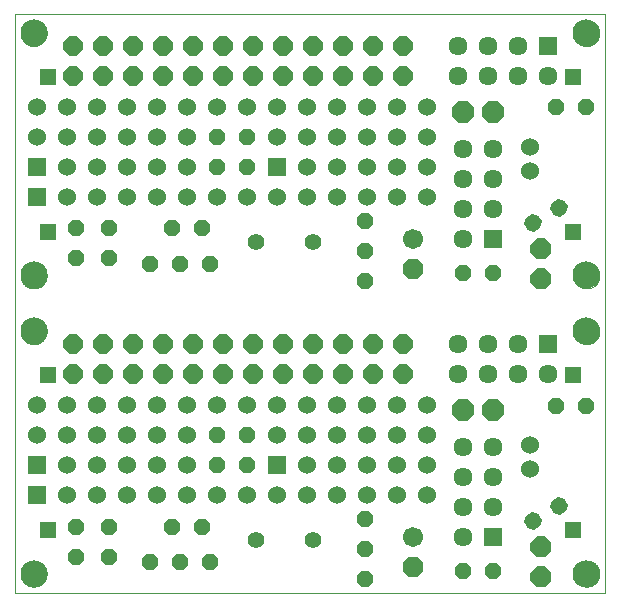
<source format=gbs>
G75*
%MOIN*%
%OFA0B0*%
%FSLAX25Y25*%
%IPPOS*%
%LPD*%
%AMOC8*
5,1,8,0,0,1.08239X$1,22.5*
%
%ADD10C,0.00000*%
%ADD11C,0.09061*%
%ADD12OC8,0.05600*%
%ADD13C,0.06000*%
%ADD14R,0.06337X0.06337*%
%ADD15C,0.06337*%
%ADD16C,0.05600*%
%ADD17R,0.06000X0.06000*%
%ADD18R,0.05550X0.05550*%
%ADD19OC8,0.07000*%
%ADD20C,0.01120*%
%ADD21OC8,0.06700*%
%ADD22C,0.06700*%
%ADD23OC8,0.06400*%
%ADD24OC8,0.07400*%
D10*
X0024350Y0035363D02*
X0024350Y0228167D01*
X0221200Y0228167D01*
X0221200Y0035363D01*
X0024350Y0035363D01*
X0026318Y0041663D02*
X0026320Y0041794D01*
X0026326Y0041926D01*
X0026336Y0042057D01*
X0026350Y0042188D01*
X0026368Y0042318D01*
X0026390Y0042447D01*
X0026415Y0042576D01*
X0026445Y0042704D01*
X0026479Y0042831D01*
X0026516Y0042958D01*
X0026557Y0043082D01*
X0026602Y0043206D01*
X0026651Y0043328D01*
X0026703Y0043449D01*
X0026759Y0043567D01*
X0026819Y0043685D01*
X0026882Y0043800D01*
X0026949Y0043913D01*
X0027019Y0044025D01*
X0027092Y0044134D01*
X0027168Y0044240D01*
X0027248Y0044345D01*
X0027331Y0044447D01*
X0027417Y0044546D01*
X0027506Y0044643D01*
X0027598Y0044737D01*
X0027693Y0044828D01*
X0027790Y0044917D01*
X0027890Y0045002D01*
X0027993Y0045084D01*
X0028098Y0045163D01*
X0028205Y0045239D01*
X0028315Y0045311D01*
X0028427Y0045380D01*
X0028541Y0045446D01*
X0028656Y0045508D01*
X0028774Y0045567D01*
X0028893Y0045622D01*
X0029014Y0045674D01*
X0029137Y0045721D01*
X0029261Y0045765D01*
X0029386Y0045806D01*
X0029512Y0045842D01*
X0029640Y0045875D01*
X0029768Y0045903D01*
X0029897Y0045928D01*
X0030027Y0045949D01*
X0030157Y0045966D01*
X0030288Y0045979D01*
X0030419Y0045988D01*
X0030550Y0045993D01*
X0030682Y0045994D01*
X0030813Y0045991D01*
X0030945Y0045984D01*
X0031076Y0045973D01*
X0031206Y0045958D01*
X0031336Y0045939D01*
X0031466Y0045916D01*
X0031594Y0045890D01*
X0031722Y0045859D01*
X0031849Y0045824D01*
X0031975Y0045786D01*
X0032099Y0045744D01*
X0032223Y0045698D01*
X0032344Y0045648D01*
X0032464Y0045595D01*
X0032583Y0045538D01*
X0032700Y0045478D01*
X0032814Y0045414D01*
X0032927Y0045346D01*
X0033038Y0045275D01*
X0033147Y0045201D01*
X0033253Y0045124D01*
X0033357Y0045043D01*
X0033458Y0044960D01*
X0033557Y0044873D01*
X0033653Y0044783D01*
X0033746Y0044690D01*
X0033837Y0044595D01*
X0033924Y0044497D01*
X0034009Y0044396D01*
X0034090Y0044293D01*
X0034168Y0044187D01*
X0034243Y0044079D01*
X0034315Y0043969D01*
X0034383Y0043857D01*
X0034448Y0043743D01*
X0034509Y0043626D01*
X0034567Y0043508D01*
X0034621Y0043388D01*
X0034672Y0043267D01*
X0034719Y0043144D01*
X0034762Y0043020D01*
X0034801Y0042895D01*
X0034837Y0042768D01*
X0034868Y0042640D01*
X0034896Y0042512D01*
X0034920Y0042383D01*
X0034940Y0042253D01*
X0034956Y0042122D01*
X0034968Y0041991D01*
X0034976Y0041860D01*
X0034980Y0041729D01*
X0034980Y0041597D01*
X0034976Y0041466D01*
X0034968Y0041335D01*
X0034956Y0041204D01*
X0034940Y0041073D01*
X0034920Y0040943D01*
X0034896Y0040814D01*
X0034868Y0040686D01*
X0034837Y0040558D01*
X0034801Y0040431D01*
X0034762Y0040306D01*
X0034719Y0040182D01*
X0034672Y0040059D01*
X0034621Y0039938D01*
X0034567Y0039818D01*
X0034509Y0039700D01*
X0034448Y0039583D01*
X0034383Y0039469D01*
X0034315Y0039357D01*
X0034243Y0039247D01*
X0034168Y0039139D01*
X0034090Y0039033D01*
X0034009Y0038930D01*
X0033924Y0038829D01*
X0033837Y0038731D01*
X0033746Y0038636D01*
X0033653Y0038543D01*
X0033557Y0038453D01*
X0033458Y0038366D01*
X0033357Y0038283D01*
X0033253Y0038202D01*
X0033147Y0038125D01*
X0033038Y0038051D01*
X0032927Y0037980D01*
X0032815Y0037912D01*
X0032700Y0037848D01*
X0032583Y0037788D01*
X0032464Y0037731D01*
X0032344Y0037678D01*
X0032223Y0037628D01*
X0032099Y0037582D01*
X0031975Y0037540D01*
X0031849Y0037502D01*
X0031722Y0037467D01*
X0031594Y0037436D01*
X0031466Y0037410D01*
X0031336Y0037387D01*
X0031206Y0037368D01*
X0031076Y0037353D01*
X0030945Y0037342D01*
X0030813Y0037335D01*
X0030682Y0037332D01*
X0030550Y0037333D01*
X0030419Y0037338D01*
X0030288Y0037347D01*
X0030157Y0037360D01*
X0030027Y0037377D01*
X0029897Y0037398D01*
X0029768Y0037423D01*
X0029640Y0037451D01*
X0029512Y0037484D01*
X0029386Y0037520D01*
X0029261Y0037561D01*
X0029137Y0037605D01*
X0029014Y0037652D01*
X0028893Y0037704D01*
X0028774Y0037759D01*
X0028656Y0037818D01*
X0028541Y0037880D01*
X0028427Y0037946D01*
X0028315Y0038015D01*
X0028205Y0038087D01*
X0028098Y0038163D01*
X0027993Y0038242D01*
X0027890Y0038324D01*
X0027790Y0038409D01*
X0027693Y0038498D01*
X0027598Y0038589D01*
X0027506Y0038683D01*
X0027417Y0038780D01*
X0027331Y0038879D01*
X0027248Y0038981D01*
X0027168Y0039086D01*
X0027092Y0039192D01*
X0027019Y0039301D01*
X0026949Y0039413D01*
X0026882Y0039526D01*
X0026819Y0039641D01*
X0026759Y0039759D01*
X0026703Y0039877D01*
X0026651Y0039998D01*
X0026602Y0040120D01*
X0026557Y0040244D01*
X0026516Y0040368D01*
X0026479Y0040495D01*
X0026445Y0040622D01*
X0026415Y0040750D01*
X0026390Y0040879D01*
X0026368Y0041008D01*
X0026350Y0041138D01*
X0026336Y0041269D01*
X0026326Y0041400D01*
X0026320Y0041532D01*
X0026318Y0041663D01*
X0026318Y0122489D02*
X0026320Y0122620D01*
X0026326Y0122752D01*
X0026336Y0122883D01*
X0026350Y0123014D01*
X0026368Y0123144D01*
X0026390Y0123273D01*
X0026415Y0123402D01*
X0026445Y0123530D01*
X0026479Y0123657D01*
X0026516Y0123784D01*
X0026557Y0123908D01*
X0026602Y0124032D01*
X0026651Y0124154D01*
X0026703Y0124275D01*
X0026759Y0124393D01*
X0026819Y0124511D01*
X0026882Y0124626D01*
X0026949Y0124739D01*
X0027019Y0124851D01*
X0027092Y0124960D01*
X0027168Y0125066D01*
X0027248Y0125171D01*
X0027331Y0125273D01*
X0027417Y0125372D01*
X0027506Y0125469D01*
X0027598Y0125563D01*
X0027693Y0125654D01*
X0027790Y0125743D01*
X0027890Y0125828D01*
X0027993Y0125910D01*
X0028098Y0125989D01*
X0028205Y0126065D01*
X0028315Y0126137D01*
X0028427Y0126206D01*
X0028541Y0126272D01*
X0028656Y0126334D01*
X0028774Y0126393D01*
X0028893Y0126448D01*
X0029014Y0126500D01*
X0029137Y0126547D01*
X0029261Y0126591D01*
X0029386Y0126632D01*
X0029512Y0126668D01*
X0029640Y0126701D01*
X0029768Y0126729D01*
X0029897Y0126754D01*
X0030027Y0126775D01*
X0030157Y0126792D01*
X0030288Y0126805D01*
X0030419Y0126814D01*
X0030550Y0126819D01*
X0030682Y0126820D01*
X0030813Y0126817D01*
X0030945Y0126810D01*
X0031076Y0126799D01*
X0031206Y0126784D01*
X0031336Y0126765D01*
X0031466Y0126742D01*
X0031594Y0126716D01*
X0031722Y0126685D01*
X0031849Y0126650D01*
X0031975Y0126612D01*
X0032099Y0126570D01*
X0032223Y0126524D01*
X0032344Y0126474D01*
X0032464Y0126421D01*
X0032583Y0126364D01*
X0032700Y0126304D01*
X0032814Y0126240D01*
X0032927Y0126172D01*
X0033038Y0126101D01*
X0033147Y0126027D01*
X0033253Y0125950D01*
X0033357Y0125869D01*
X0033458Y0125786D01*
X0033557Y0125699D01*
X0033653Y0125609D01*
X0033746Y0125516D01*
X0033837Y0125421D01*
X0033924Y0125323D01*
X0034009Y0125222D01*
X0034090Y0125119D01*
X0034168Y0125013D01*
X0034243Y0124905D01*
X0034315Y0124795D01*
X0034383Y0124683D01*
X0034448Y0124569D01*
X0034509Y0124452D01*
X0034567Y0124334D01*
X0034621Y0124214D01*
X0034672Y0124093D01*
X0034719Y0123970D01*
X0034762Y0123846D01*
X0034801Y0123721D01*
X0034837Y0123594D01*
X0034868Y0123466D01*
X0034896Y0123338D01*
X0034920Y0123209D01*
X0034940Y0123079D01*
X0034956Y0122948D01*
X0034968Y0122817D01*
X0034976Y0122686D01*
X0034980Y0122555D01*
X0034980Y0122423D01*
X0034976Y0122292D01*
X0034968Y0122161D01*
X0034956Y0122030D01*
X0034940Y0121899D01*
X0034920Y0121769D01*
X0034896Y0121640D01*
X0034868Y0121512D01*
X0034837Y0121384D01*
X0034801Y0121257D01*
X0034762Y0121132D01*
X0034719Y0121008D01*
X0034672Y0120885D01*
X0034621Y0120764D01*
X0034567Y0120644D01*
X0034509Y0120526D01*
X0034448Y0120409D01*
X0034383Y0120295D01*
X0034315Y0120183D01*
X0034243Y0120073D01*
X0034168Y0119965D01*
X0034090Y0119859D01*
X0034009Y0119756D01*
X0033924Y0119655D01*
X0033837Y0119557D01*
X0033746Y0119462D01*
X0033653Y0119369D01*
X0033557Y0119279D01*
X0033458Y0119192D01*
X0033357Y0119109D01*
X0033253Y0119028D01*
X0033147Y0118951D01*
X0033038Y0118877D01*
X0032927Y0118806D01*
X0032815Y0118738D01*
X0032700Y0118674D01*
X0032583Y0118614D01*
X0032464Y0118557D01*
X0032344Y0118504D01*
X0032223Y0118454D01*
X0032099Y0118408D01*
X0031975Y0118366D01*
X0031849Y0118328D01*
X0031722Y0118293D01*
X0031594Y0118262D01*
X0031466Y0118236D01*
X0031336Y0118213D01*
X0031206Y0118194D01*
X0031076Y0118179D01*
X0030945Y0118168D01*
X0030813Y0118161D01*
X0030682Y0118158D01*
X0030550Y0118159D01*
X0030419Y0118164D01*
X0030288Y0118173D01*
X0030157Y0118186D01*
X0030027Y0118203D01*
X0029897Y0118224D01*
X0029768Y0118249D01*
X0029640Y0118277D01*
X0029512Y0118310D01*
X0029386Y0118346D01*
X0029261Y0118387D01*
X0029137Y0118431D01*
X0029014Y0118478D01*
X0028893Y0118530D01*
X0028774Y0118585D01*
X0028656Y0118644D01*
X0028541Y0118706D01*
X0028427Y0118772D01*
X0028315Y0118841D01*
X0028205Y0118913D01*
X0028098Y0118989D01*
X0027993Y0119068D01*
X0027890Y0119150D01*
X0027790Y0119235D01*
X0027693Y0119324D01*
X0027598Y0119415D01*
X0027506Y0119509D01*
X0027417Y0119606D01*
X0027331Y0119705D01*
X0027248Y0119807D01*
X0027168Y0119912D01*
X0027092Y0120018D01*
X0027019Y0120127D01*
X0026949Y0120239D01*
X0026882Y0120352D01*
X0026819Y0120467D01*
X0026759Y0120585D01*
X0026703Y0120703D01*
X0026651Y0120824D01*
X0026602Y0120946D01*
X0026557Y0121070D01*
X0026516Y0121194D01*
X0026479Y0121321D01*
X0026445Y0121448D01*
X0026415Y0121576D01*
X0026390Y0121705D01*
X0026368Y0121834D01*
X0026350Y0121964D01*
X0026336Y0122095D01*
X0026326Y0122226D01*
X0026320Y0122358D01*
X0026318Y0122489D01*
X0026318Y0141041D02*
X0026320Y0141172D01*
X0026326Y0141304D01*
X0026336Y0141435D01*
X0026350Y0141566D01*
X0026368Y0141696D01*
X0026390Y0141825D01*
X0026415Y0141954D01*
X0026445Y0142082D01*
X0026479Y0142209D01*
X0026516Y0142336D01*
X0026557Y0142460D01*
X0026602Y0142584D01*
X0026651Y0142706D01*
X0026703Y0142827D01*
X0026759Y0142945D01*
X0026819Y0143063D01*
X0026882Y0143178D01*
X0026949Y0143291D01*
X0027019Y0143403D01*
X0027092Y0143512D01*
X0027168Y0143618D01*
X0027248Y0143723D01*
X0027331Y0143825D01*
X0027417Y0143924D01*
X0027506Y0144021D01*
X0027598Y0144115D01*
X0027693Y0144206D01*
X0027790Y0144295D01*
X0027890Y0144380D01*
X0027993Y0144462D01*
X0028098Y0144541D01*
X0028205Y0144617D01*
X0028315Y0144689D01*
X0028427Y0144758D01*
X0028541Y0144824D01*
X0028656Y0144886D01*
X0028774Y0144945D01*
X0028893Y0145000D01*
X0029014Y0145052D01*
X0029137Y0145099D01*
X0029261Y0145143D01*
X0029386Y0145184D01*
X0029512Y0145220D01*
X0029640Y0145253D01*
X0029768Y0145281D01*
X0029897Y0145306D01*
X0030027Y0145327D01*
X0030157Y0145344D01*
X0030288Y0145357D01*
X0030419Y0145366D01*
X0030550Y0145371D01*
X0030682Y0145372D01*
X0030813Y0145369D01*
X0030945Y0145362D01*
X0031076Y0145351D01*
X0031206Y0145336D01*
X0031336Y0145317D01*
X0031466Y0145294D01*
X0031594Y0145268D01*
X0031722Y0145237D01*
X0031849Y0145202D01*
X0031975Y0145164D01*
X0032099Y0145122D01*
X0032223Y0145076D01*
X0032344Y0145026D01*
X0032464Y0144973D01*
X0032583Y0144916D01*
X0032700Y0144856D01*
X0032814Y0144792D01*
X0032927Y0144724D01*
X0033038Y0144653D01*
X0033147Y0144579D01*
X0033253Y0144502D01*
X0033357Y0144421D01*
X0033458Y0144338D01*
X0033557Y0144251D01*
X0033653Y0144161D01*
X0033746Y0144068D01*
X0033837Y0143973D01*
X0033924Y0143875D01*
X0034009Y0143774D01*
X0034090Y0143671D01*
X0034168Y0143565D01*
X0034243Y0143457D01*
X0034315Y0143347D01*
X0034383Y0143235D01*
X0034448Y0143121D01*
X0034509Y0143004D01*
X0034567Y0142886D01*
X0034621Y0142766D01*
X0034672Y0142645D01*
X0034719Y0142522D01*
X0034762Y0142398D01*
X0034801Y0142273D01*
X0034837Y0142146D01*
X0034868Y0142018D01*
X0034896Y0141890D01*
X0034920Y0141761D01*
X0034940Y0141631D01*
X0034956Y0141500D01*
X0034968Y0141369D01*
X0034976Y0141238D01*
X0034980Y0141107D01*
X0034980Y0140975D01*
X0034976Y0140844D01*
X0034968Y0140713D01*
X0034956Y0140582D01*
X0034940Y0140451D01*
X0034920Y0140321D01*
X0034896Y0140192D01*
X0034868Y0140064D01*
X0034837Y0139936D01*
X0034801Y0139809D01*
X0034762Y0139684D01*
X0034719Y0139560D01*
X0034672Y0139437D01*
X0034621Y0139316D01*
X0034567Y0139196D01*
X0034509Y0139078D01*
X0034448Y0138961D01*
X0034383Y0138847D01*
X0034315Y0138735D01*
X0034243Y0138625D01*
X0034168Y0138517D01*
X0034090Y0138411D01*
X0034009Y0138308D01*
X0033924Y0138207D01*
X0033837Y0138109D01*
X0033746Y0138014D01*
X0033653Y0137921D01*
X0033557Y0137831D01*
X0033458Y0137744D01*
X0033357Y0137661D01*
X0033253Y0137580D01*
X0033147Y0137503D01*
X0033038Y0137429D01*
X0032927Y0137358D01*
X0032815Y0137290D01*
X0032700Y0137226D01*
X0032583Y0137166D01*
X0032464Y0137109D01*
X0032344Y0137056D01*
X0032223Y0137006D01*
X0032099Y0136960D01*
X0031975Y0136918D01*
X0031849Y0136880D01*
X0031722Y0136845D01*
X0031594Y0136814D01*
X0031466Y0136788D01*
X0031336Y0136765D01*
X0031206Y0136746D01*
X0031076Y0136731D01*
X0030945Y0136720D01*
X0030813Y0136713D01*
X0030682Y0136710D01*
X0030550Y0136711D01*
X0030419Y0136716D01*
X0030288Y0136725D01*
X0030157Y0136738D01*
X0030027Y0136755D01*
X0029897Y0136776D01*
X0029768Y0136801D01*
X0029640Y0136829D01*
X0029512Y0136862D01*
X0029386Y0136898D01*
X0029261Y0136939D01*
X0029137Y0136983D01*
X0029014Y0137030D01*
X0028893Y0137082D01*
X0028774Y0137137D01*
X0028656Y0137196D01*
X0028541Y0137258D01*
X0028427Y0137324D01*
X0028315Y0137393D01*
X0028205Y0137465D01*
X0028098Y0137541D01*
X0027993Y0137620D01*
X0027890Y0137702D01*
X0027790Y0137787D01*
X0027693Y0137876D01*
X0027598Y0137967D01*
X0027506Y0138061D01*
X0027417Y0138158D01*
X0027331Y0138257D01*
X0027248Y0138359D01*
X0027168Y0138464D01*
X0027092Y0138570D01*
X0027019Y0138679D01*
X0026949Y0138791D01*
X0026882Y0138904D01*
X0026819Y0139019D01*
X0026759Y0139137D01*
X0026703Y0139255D01*
X0026651Y0139376D01*
X0026602Y0139498D01*
X0026557Y0139622D01*
X0026516Y0139746D01*
X0026479Y0139873D01*
X0026445Y0140000D01*
X0026415Y0140128D01*
X0026390Y0140257D01*
X0026368Y0140386D01*
X0026350Y0140516D01*
X0026336Y0140647D01*
X0026326Y0140778D01*
X0026320Y0140910D01*
X0026318Y0141041D01*
X0026318Y0221867D02*
X0026320Y0221998D01*
X0026326Y0222130D01*
X0026336Y0222261D01*
X0026350Y0222392D01*
X0026368Y0222522D01*
X0026390Y0222651D01*
X0026415Y0222780D01*
X0026445Y0222908D01*
X0026479Y0223035D01*
X0026516Y0223162D01*
X0026557Y0223286D01*
X0026602Y0223410D01*
X0026651Y0223532D01*
X0026703Y0223653D01*
X0026759Y0223771D01*
X0026819Y0223889D01*
X0026882Y0224004D01*
X0026949Y0224117D01*
X0027019Y0224229D01*
X0027092Y0224338D01*
X0027168Y0224444D01*
X0027248Y0224549D01*
X0027331Y0224651D01*
X0027417Y0224750D01*
X0027506Y0224847D01*
X0027598Y0224941D01*
X0027693Y0225032D01*
X0027790Y0225121D01*
X0027890Y0225206D01*
X0027993Y0225288D01*
X0028098Y0225367D01*
X0028205Y0225443D01*
X0028315Y0225515D01*
X0028427Y0225584D01*
X0028541Y0225650D01*
X0028656Y0225712D01*
X0028774Y0225771D01*
X0028893Y0225826D01*
X0029014Y0225878D01*
X0029137Y0225925D01*
X0029261Y0225969D01*
X0029386Y0226010D01*
X0029512Y0226046D01*
X0029640Y0226079D01*
X0029768Y0226107D01*
X0029897Y0226132D01*
X0030027Y0226153D01*
X0030157Y0226170D01*
X0030288Y0226183D01*
X0030419Y0226192D01*
X0030550Y0226197D01*
X0030682Y0226198D01*
X0030813Y0226195D01*
X0030945Y0226188D01*
X0031076Y0226177D01*
X0031206Y0226162D01*
X0031336Y0226143D01*
X0031466Y0226120D01*
X0031594Y0226094D01*
X0031722Y0226063D01*
X0031849Y0226028D01*
X0031975Y0225990D01*
X0032099Y0225948D01*
X0032223Y0225902D01*
X0032344Y0225852D01*
X0032464Y0225799D01*
X0032583Y0225742D01*
X0032700Y0225682D01*
X0032814Y0225618D01*
X0032927Y0225550D01*
X0033038Y0225479D01*
X0033147Y0225405D01*
X0033253Y0225328D01*
X0033357Y0225247D01*
X0033458Y0225164D01*
X0033557Y0225077D01*
X0033653Y0224987D01*
X0033746Y0224894D01*
X0033837Y0224799D01*
X0033924Y0224701D01*
X0034009Y0224600D01*
X0034090Y0224497D01*
X0034168Y0224391D01*
X0034243Y0224283D01*
X0034315Y0224173D01*
X0034383Y0224061D01*
X0034448Y0223947D01*
X0034509Y0223830D01*
X0034567Y0223712D01*
X0034621Y0223592D01*
X0034672Y0223471D01*
X0034719Y0223348D01*
X0034762Y0223224D01*
X0034801Y0223099D01*
X0034837Y0222972D01*
X0034868Y0222844D01*
X0034896Y0222716D01*
X0034920Y0222587D01*
X0034940Y0222457D01*
X0034956Y0222326D01*
X0034968Y0222195D01*
X0034976Y0222064D01*
X0034980Y0221933D01*
X0034980Y0221801D01*
X0034976Y0221670D01*
X0034968Y0221539D01*
X0034956Y0221408D01*
X0034940Y0221277D01*
X0034920Y0221147D01*
X0034896Y0221018D01*
X0034868Y0220890D01*
X0034837Y0220762D01*
X0034801Y0220635D01*
X0034762Y0220510D01*
X0034719Y0220386D01*
X0034672Y0220263D01*
X0034621Y0220142D01*
X0034567Y0220022D01*
X0034509Y0219904D01*
X0034448Y0219787D01*
X0034383Y0219673D01*
X0034315Y0219561D01*
X0034243Y0219451D01*
X0034168Y0219343D01*
X0034090Y0219237D01*
X0034009Y0219134D01*
X0033924Y0219033D01*
X0033837Y0218935D01*
X0033746Y0218840D01*
X0033653Y0218747D01*
X0033557Y0218657D01*
X0033458Y0218570D01*
X0033357Y0218487D01*
X0033253Y0218406D01*
X0033147Y0218329D01*
X0033038Y0218255D01*
X0032927Y0218184D01*
X0032815Y0218116D01*
X0032700Y0218052D01*
X0032583Y0217992D01*
X0032464Y0217935D01*
X0032344Y0217882D01*
X0032223Y0217832D01*
X0032099Y0217786D01*
X0031975Y0217744D01*
X0031849Y0217706D01*
X0031722Y0217671D01*
X0031594Y0217640D01*
X0031466Y0217614D01*
X0031336Y0217591D01*
X0031206Y0217572D01*
X0031076Y0217557D01*
X0030945Y0217546D01*
X0030813Y0217539D01*
X0030682Y0217536D01*
X0030550Y0217537D01*
X0030419Y0217542D01*
X0030288Y0217551D01*
X0030157Y0217564D01*
X0030027Y0217581D01*
X0029897Y0217602D01*
X0029768Y0217627D01*
X0029640Y0217655D01*
X0029512Y0217688D01*
X0029386Y0217724D01*
X0029261Y0217765D01*
X0029137Y0217809D01*
X0029014Y0217856D01*
X0028893Y0217908D01*
X0028774Y0217963D01*
X0028656Y0218022D01*
X0028541Y0218084D01*
X0028427Y0218150D01*
X0028315Y0218219D01*
X0028205Y0218291D01*
X0028098Y0218367D01*
X0027993Y0218446D01*
X0027890Y0218528D01*
X0027790Y0218613D01*
X0027693Y0218702D01*
X0027598Y0218793D01*
X0027506Y0218887D01*
X0027417Y0218984D01*
X0027331Y0219083D01*
X0027248Y0219185D01*
X0027168Y0219290D01*
X0027092Y0219396D01*
X0027019Y0219505D01*
X0026949Y0219617D01*
X0026882Y0219730D01*
X0026819Y0219845D01*
X0026759Y0219963D01*
X0026703Y0220081D01*
X0026651Y0220202D01*
X0026602Y0220324D01*
X0026557Y0220448D01*
X0026516Y0220572D01*
X0026479Y0220699D01*
X0026445Y0220826D01*
X0026415Y0220954D01*
X0026390Y0221083D01*
X0026368Y0221212D01*
X0026350Y0221342D01*
X0026336Y0221473D01*
X0026326Y0221604D01*
X0026320Y0221736D01*
X0026318Y0221867D01*
X0210570Y0221867D02*
X0210572Y0221998D01*
X0210578Y0222130D01*
X0210588Y0222261D01*
X0210602Y0222392D01*
X0210620Y0222522D01*
X0210642Y0222651D01*
X0210667Y0222780D01*
X0210697Y0222908D01*
X0210731Y0223035D01*
X0210768Y0223162D01*
X0210809Y0223286D01*
X0210854Y0223410D01*
X0210903Y0223532D01*
X0210955Y0223653D01*
X0211011Y0223771D01*
X0211071Y0223889D01*
X0211134Y0224004D01*
X0211201Y0224117D01*
X0211271Y0224229D01*
X0211344Y0224338D01*
X0211420Y0224444D01*
X0211500Y0224549D01*
X0211583Y0224651D01*
X0211669Y0224750D01*
X0211758Y0224847D01*
X0211850Y0224941D01*
X0211945Y0225032D01*
X0212042Y0225121D01*
X0212142Y0225206D01*
X0212245Y0225288D01*
X0212350Y0225367D01*
X0212457Y0225443D01*
X0212567Y0225515D01*
X0212679Y0225584D01*
X0212793Y0225650D01*
X0212908Y0225712D01*
X0213026Y0225771D01*
X0213145Y0225826D01*
X0213266Y0225878D01*
X0213389Y0225925D01*
X0213513Y0225969D01*
X0213638Y0226010D01*
X0213764Y0226046D01*
X0213892Y0226079D01*
X0214020Y0226107D01*
X0214149Y0226132D01*
X0214279Y0226153D01*
X0214409Y0226170D01*
X0214540Y0226183D01*
X0214671Y0226192D01*
X0214802Y0226197D01*
X0214934Y0226198D01*
X0215065Y0226195D01*
X0215197Y0226188D01*
X0215328Y0226177D01*
X0215458Y0226162D01*
X0215588Y0226143D01*
X0215718Y0226120D01*
X0215846Y0226094D01*
X0215974Y0226063D01*
X0216101Y0226028D01*
X0216227Y0225990D01*
X0216351Y0225948D01*
X0216475Y0225902D01*
X0216596Y0225852D01*
X0216716Y0225799D01*
X0216835Y0225742D01*
X0216952Y0225682D01*
X0217066Y0225618D01*
X0217179Y0225550D01*
X0217290Y0225479D01*
X0217399Y0225405D01*
X0217505Y0225328D01*
X0217609Y0225247D01*
X0217710Y0225164D01*
X0217809Y0225077D01*
X0217905Y0224987D01*
X0217998Y0224894D01*
X0218089Y0224799D01*
X0218176Y0224701D01*
X0218261Y0224600D01*
X0218342Y0224497D01*
X0218420Y0224391D01*
X0218495Y0224283D01*
X0218567Y0224173D01*
X0218635Y0224061D01*
X0218700Y0223947D01*
X0218761Y0223830D01*
X0218819Y0223712D01*
X0218873Y0223592D01*
X0218924Y0223471D01*
X0218971Y0223348D01*
X0219014Y0223224D01*
X0219053Y0223099D01*
X0219089Y0222972D01*
X0219120Y0222844D01*
X0219148Y0222716D01*
X0219172Y0222587D01*
X0219192Y0222457D01*
X0219208Y0222326D01*
X0219220Y0222195D01*
X0219228Y0222064D01*
X0219232Y0221933D01*
X0219232Y0221801D01*
X0219228Y0221670D01*
X0219220Y0221539D01*
X0219208Y0221408D01*
X0219192Y0221277D01*
X0219172Y0221147D01*
X0219148Y0221018D01*
X0219120Y0220890D01*
X0219089Y0220762D01*
X0219053Y0220635D01*
X0219014Y0220510D01*
X0218971Y0220386D01*
X0218924Y0220263D01*
X0218873Y0220142D01*
X0218819Y0220022D01*
X0218761Y0219904D01*
X0218700Y0219787D01*
X0218635Y0219673D01*
X0218567Y0219561D01*
X0218495Y0219451D01*
X0218420Y0219343D01*
X0218342Y0219237D01*
X0218261Y0219134D01*
X0218176Y0219033D01*
X0218089Y0218935D01*
X0217998Y0218840D01*
X0217905Y0218747D01*
X0217809Y0218657D01*
X0217710Y0218570D01*
X0217609Y0218487D01*
X0217505Y0218406D01*
X0217399Y0218329D01*
X0217290Y0218255D01*
X0217179Y0218184D01*
X0217067Y0218116D01*
X0216952Y0218052D01*
X0216835Y0217992D01*
X0216716Y0217935D01*
X0216596Y0217882D01*
X0216475Y0217832D01*
X0216351Y0217786D01*
X0216227Y0217744D01*
X0216101Y0217706D01*
X0215974Y0217671D01*
X0215846Y0217640D01*
X0215718Y0217614D01*
X0215588Y0217591D01*
X0215458Y0217572D01*
X0215328Y0217557D01*
X0215197Y0217546D01*
X0215065Y0217539D01*
X0214934Y0217536D01*
X0214802Y0217537D01*
X0214671Y0217542D01*
X0214540Y0217551D01*
X0214409Y0217564D01*
X0214279Y0217581D01*
X0214149Y0217602D01*
X0214020Y0217627D01*
X0213892Y0217655D01*
X0213764Y0217688D01*
X0213638Y0217724D01*
X0213513Y0217765D01*
X0213389Y0217809D01*
X0213266Y0217856D01*
X0213145Y0217908D01*
X0213026Y0217963D01*
X0212908Y0218022D01*
X0212793Y0218084D01*
X0212679Y0218150D01*
X0212567Y0218219D01*
X0212457Y0218291D01*
X0212350Y0218367D01*
X0212245Y0218446D01*
X0212142Y0218528D01*
X0212042Y0218613D01*
X0211945Y0218702D01*
X0211850Y0218793D01*
X0211758Y0218887D01*
X0211669Y0218984D01*
X0211583Y0219083D01*
X0211500Y0219185D01*
X0211420Y0219290D01*
X0211344Y0219396D01*
X0211271Y0219505D01*
X0211201Y0219617D01*
X0211134Y0219730D01*
X0211071Y0219845D01*
X0211011Y0219963D01*
X0210955Y0220081D01*
X0210903Y0220202D01*
X0210854Y0220324D01*
X0210809Y0220448D01*
X0210768Y0220572D01*
X0210731Y0220699D01*
X0210697Y0220826D01*
X0210667Y0220954D01*
X0210642Y0221083D01*
X0210620Y0221212D01*
X0210602Y0221342D01*
X0210588Y0221473D01*
X0210578Y0221604D01*
X0210572Y0221736D01*
X0210570Y0221867D01*
X0210570Y0141041D02*
X0210572Y0141172D01*
X0210578Y0141304D01*
X0210588Y0141435D01*
X0210602Y0141566D01*
X0210620Y0141696D01*
X0210642Y0141825D01*
X0210667Y0141954D01*
X0210697Y0142082D01*
X0210731Y0142209D01*
X0210768Y0142336D01*
X0210809Y0142460D01*
X0210854Y0142584D01*
X0210903Y0142706D01*
X0210955Y0142827D01*
X0211011Y0142945D01*
X0211071Y0143063D01*
X0211134Y0143178D01*
X0211201Y0143291D01*
X0211271Y0143403D01*
X0211344Y0143512D01*
X0211420Y0143618D01*
X0211500Y0143723D01*
X0211583Y0143825D01*
X0211669Y0143924D01*
X0211758Y0144021D01*
X0211850Y0144115D01*
X0211945Y0144206D01*
X0212042Y0144295D01*
X0212142Y0144380D01*
X0212245Y0144462D01*
X0212350Y0144541D01*
X0212457Y0144617D01*
X0212567Y0144689D01*
X0212679Y0144758D01*
X0212793Y0144824D01*
X0212908Y0144886D01*
X0213026Y0144945D01*
X0213145Y0145000D01*
X0213266Y0145052D01*
X0213389Y0145099D01*
X0213513Y0145143D01*
X0213638Y0145184D01*
X0213764Y0145220D01*
X0213892Y0145253D01*
X0214020Y0145281D01*
X0214149Y0145306D01*
X0214279Y0145327D01*
X0214409Y0145344D01*
X0214540Y0145357D01*
X0214671Y0145366D01*
X0214802Y0145371D01*
X0214934Y0145372D01*
X0215065Y0145369D01*
X0215197Y0145362D01*
X0215328Y0145351D01*
X0215458Y0145336D01*
X0215588Y0145317D01*
X0215718Y0145294D01*
X0215846Y0145268D01*
X0215974Y0145237D01*
X0216101Y0145202D01*
X0216227Y0145164D01*
X0216351Y0145122D01*
X0216475Y0145076D01*
X0216596Y0145026D01*
X0216716Y0144973D01*
X0216835Y0144916D01*
X0216952Y0144856D01*
X0217066Y0144792D01*
X0217179Y0144724D01*
X0217290Y0144653D01*
X0217399Y0144579D01*
X0217505Y0144502D01*
X0217609Y0144421D01*
X0217710Y0144338D01*
X0217809Y0144251D01*
X0217905Y0144161D01*
X0217998Y0144068D01*
X0218089Y0143973D01*
X0218176Y0143875D01*
X0218261Y0143774D01*
X0218342Y0143671D01*
X0218420Y0143565D01*
X0218495Y0143457D01*
X0218567Y0143347D01*
X0218635Y0143235D01*
X0218700Y0143121D01*
X0218761Y0143004D01*
X0218819Y0142886D01*
X0218873Y0142766D01*
X0218924Y0142645D01*
X0218971Y0142522D01*
X0219014Y0142398D01*
X0219053Y0142273D01*
X0219089Y0142146D01*
X0219120Y0142018D01*
X0219148Y0141890D01*
X0219172Y0141761D01*
X0219192Y0141631D01*
X0219208Y0141500D01*
X0219220Y0141369D01*
X0219228Y0141238D01*
X0219232Y0141107D01*
X0219232Y0140975D01*
X0219228Y0140844D01*
X0219220Y0140713D01*
X0219208Y0140582D01*
X0219192Y0140451D01*
X0219172Y0140321D01*
X0219148Y0140192D01*
X0219120Y0140064D01*
X0219089Y0139936D01*
X0219053Y0139809D01*
X0219014Y0139684D01*
X0218971Y0139560D01*
X0218924Y0139437D01*
X0218873Y0139316D01*
X0218819Y0139196D01*
X0218761Y0139078D01*
X0218700Y0138961D01*
X0218635Y0138847D01*
X0218567Y0138735D01*
X0218495Y0138625D01*
X0218420Y0138517D01*
X0218342Y0138411D01*
X0218261Y0138308D01*
X0218176Y0138207D01*
X0218089Y0138109D01*
X0217998Y0138014D01*
X0217905Y0137921D01*
X0217809Y0137831D01*
X0217710Y0137744D01*
X0217609Y0137661D01*
X0217505Y0137580D01*
X0217399Y0137503D01*
X0217290Y0137429D01*
X0217179Y0137358D01*
X0217067Y0137290D01*
X0216952Y0137226D01*
X0216835Y0137166D01*
X0216716Y0137109D01*
X0216596Y0137056D01*
X0216475Y0137006D01*
X0216351Y0136960D01*
X0216227Y0136918D01*
X0216101Y0136880D01*
X0215974Y0136845D01*
X0215846Y0136814D01*
X0215718Y0136788D01*
X0215588Y0136765D01*
X0215458Y0136746D01*
X0215328Y0136731D01*
X0215197Y0136720D01*
X0215065Y0136713D01*
X0214934Y0136710D01*
X0214802Y0136711D01*
X0214671Y0136716D01*
X0214540Y0136725D01*
X0214409Y0136738D01*
X0214279Y0136755D01*
X0214149Y0136776D01*
X0214020Y0136801D01*
X0213892Y0136829D01*
X0213764Y0136862D01*
X0213638Y0136898D01*
X0213513Y0136939D01*
X0213389Y0136983D01*
X0213266Y0137030D01*
X0213145Y0137082D01*
X0213026Y0137137D01*
X0212908Y0137196D01*
X0212793Y0137258D01*
X0212679Y0137324D01*
X0212567Y0137393D01*
X0212457Y0137465D01*
X0212350Y0137541D01*
X0212245Y0137620D01*
X0212142Y0137702D01*
X0212042Y0137787D01*
X0211945Y0137876D01*
X0211850Y0137967D01*
X0211758Y0138061D01*
X0211669Y0138158D01*
X0211583Y0138257D01*
X0211500Y0138359D01*
X0211420Y0138464D01*
X0211344Y0138570D01*
X0211271Y0138679D01*
X0211201Y0138791D01*
X0211134Y0138904D01*
X0211071Y0139019D01*
X0211011Y0139137D01*
X0210955Y0139255D01*
X0210903Y0139376D01*
X0210854Y0139498D01*
X0210809Y0139622D01*
X0210768Y0139746D01*
X0210731Y0139873D01*
X0210697Y0140000D01*
X0210667Y0140128D01*
X0210642Y0140257D01*
X0210620Y0140386D01*
X0210602Y0140516D01*
X0210588Y0140647D01*
X0210578Y0140778D01*
X0210572Y0140910D01*
X0210570Y0141041D01*
X0210570Y0122489D02*
X0210572Y0122620D01*
X0210578Y0122752D01*
X0210588Y0122883D01*
X0210602Y0123014D01*
X0210620Y0123144D01*
X0210642Y0123273D01*
X0210667Y0123402D01*
X0210697Y0123530D01*
X0210731Y0123657D01*
X0210768Y0123784D01*
X0210809Y0123908D01*
X0210854Y0124032D01*
X0210903Y0124154D01*
X0210955Y0124275D01*
X0211011Y0124393D01*
X0211071Y0124511D01*
X0211134Y0124626D01*
X0211201Y0124739D01*
X0211271Y0124851D01*
X0211344Y0124960D01*
X0211420Y0125066D01*
X0211500Y0125171D01*
X0211583Y0125273D01*
X0211669Y0125372D01*
X0211758Y0125469D01*
X0211850Y0125563D01*
X0211945Y0125654D01*
X0212042Y0125743D01*
X0212142Y0125828D01*
X0212245Y0125910D01*
X0212350Y0125989D01*
X0212457Y0126065D01*
X0212567Y0126137D01*
X0212679Y0126206D01*
X0212793Y0126272D01*
X0212908Y0126334D01*
X0213026Y0126393D01*
X0213145Y0126448D01*
X0213266Y0126500D01*
X0213389Y0126547D01*
X0213513Y0126591D01*
X0213638Y0126632D01*
X0213764Y0126668D01*
X0213892Y0126701D01*
X0214020Y0126729D01*
X0214149Y0126754D01*
X0214279Y0126775D01*
X0214409Y0126792D01*
X0214540Y0126805D01*
X0214671Y0126814D01*
X0214802Y0126819D01*
X0214934Y0126820D01*
X0215065Y0126817D01*
X0215197Y0126810D01*
X0215328Y0126799D01*
X0215458Y0126784D01*
X0215588Y0126765D01*
X0215718Y0126742D01*
X0215846Y0126716D01*
X0215974Y0126685D01*
X0216101Y0126650D01*
X0216227Y0126612D01*
X0216351Y0126570D01*
X0216475Y0126524D01*
X0216596Y0126474D01*
X0216716Y0126421D01*
X0216835Y0126364D01*
X0216952Y0126304D01*
X0217066Y0126240D01*
X0217179Y0126172D01*
X0217290Y0126101D01*
X0217399Y0126027D01*
X0217505Y0125950D01*
X0217609Y0125869D01*
X0217710Y0125786D01*
X0217809Y0125699D01*
X0217905Y0125609D01*
X0217998Y0125516D01*
X0218089Y0125421D01*
X0218176Y0125323D01*
X0218261Y0125222D01*
X0218342Y0125119D01*
X0218420Y0125013D01*
X0218495Y0124905D01*
X0218567Y0124795D01*
X0218635Y0124683D01*
X0218700Y0124569D01*
X0218761Y0124452D01*
X0218819Y0124334D01*
X0218873Y0124214D01*
X0218924Y0124093D01*
X0218971Y0123970D01*
X0219014Y0123846D01*
X0219053Y0123721D01*
X0219089Y0123594D01*
X0219120Y0123466D01*
X0219148Y0123338D01*
X0219172Y0123209D01*
X0219192Y0123079D01*
X0219208Y0122948D01*
X0219220Y0122817D01*
X0219228Y0122686D01*
X0219232Y0122555D01*
X0219232Y0122423D01*
X0219228Y0122292D01*
X0219220Y0122161D01*
X0219208Y0122030D01*
X0219192Y0121899D01*
X0219172Y0121769D01*
X0219148Y0121640D01*
X0219120Y0121512D01*
X0219089Y0121384D01*
X0219053Y0121257D01*
X0219014Y0121132D01*
X0218971Y0121008D01*
X0218924Y0120885D01*
X0218873Y0120764D01*
X0218819Y0120644D01*
X0218761Y0120526D01*
X0218700Y0120409D01*
X0218635Y0120295D01*
X0218567Y0120183D01*
X0218495Y0120073D01*
X0218420Y0119965D01*
X0218342Y0119859D01*
X0218261Y0119756D01*
X0218176Y0119655D01*
X0218089Y0119557D01*
X0217998Y0119462D01*
X0217905Y0119369D01*
X0217809Y0119279D01*
X0217710Y0119192D01*
X0217609Y0119109D01*
X0217505Y0119028D01*
X0217399Y0118951D01*
X0217290Y0118877D01*
X0217179Y0118806D01*
X0217067Y0118738D01*
X0216952Y0118674D01*
X0216835Y0118614D01*
X0216716Y0118557D01*
X0216596Y0118504D01*
X0216475Y0118454D01*
X0216351Y0118408D01*
X0216227Y0118366D01*
X0216101Y0118328D01*
X0215974Y0118293D01*
X0215846Y0118262D01*
X0215718Y0118236D01*
X0215588Y0118213D01*
X0215458Y0118194D01*
X0215328Y0118179D01*
X0215197Y0118168D01*
X0215065Y0118161D01*
X0214934Y0118158D01*
X0214802Y0118159D01*
X0214671Y0118164D01*
X0214540Y0118173D01*
X0214409Y0118186D01*
X0214279Y0118203D01*
X0214149Y0118224D01*
X0214020Y0118249D01*
X0213892Y0118277D01*
X0213764Y0118310D01*
X0213638Y0118346D01*
X0213513Y0118387D01*
X0213389Y0118431D01*
X0213266Y0118478D01*
X0213145Y0118530D01*
X0213026Y0118585D01*
X0212908Y0118644D01*
X0212793Y0118706D01*
X0212679Y0118772D01*
X0212567Y0118841D01*
X0212457Y0118913D01*
X0212350Y0118989D01*
X0212245Y0119068D01*
X0212142Y0119150D01*
X0212042Y0119235D01*
X0211945Y0119324D01*
X0211850Y0119415D01*
X0211758Y0119509D01*
X0211669Y0119606D01*
X0211583Y0119705D01*
X0211500Y0119807D01*
X0211420Y0119912D01*
X0211344Y0120018D01*
X0211271Y0120127D01*
X0211201Y0120239D01*
X0211134Y0120352D01*
X0211071Y0120467D01*
X0211011Y0120585D01*
X0210955Y0120703D01*
X0210903Y0120824D01*
X0210854Y0120946D01*
X0210809Y0121070D01*
X0210768Y0121194D01*
X0210731Y0121321D01*
X0210697Y0121448D01*
X0210667Y0121576D01*
X0210642Y0121705D01*
X0210620Y0121834D01*
X0210602Y0121964D01*
X0210588Y0122095D01*
X0210578Y0122226D01*
X0210572Y0122358D01*
X0210570Y0122489D01*
X0210570Y0041663D02*
X0210572Y0041794D01*
X0210578Y0041926D01*
X0210588Y0042057D01*
X0210602Y0042188D01*
X0210620Y0042318D01*
X0210642Y0042447D01*
X0210667Y0042576D01*
X0210697Y0042704D01*
X0210731Y0042831D01*
X0210768Y0042958D01*
X0210809Y0043082D01*
X0210854Y0043206D01*
X0210903Y0043328D01*
X0210955Y0043449D01*
X0211011Y0043567D01*
X0211071Y0043685D01*
X0211134Y0043800D01*
X0211201Y0043913D01*
X0211271Y0044025D01*
X0211344Y0044134D01*
X0211420Y0044240D01*
X0211500Y0044345D01*
X0211583Y0044447D01*
X0211669Y0044546D01*
X0211758Y0044643D01*
X0211850Y0044737D01*
X0211945Y0044828D01*
X0212042Y0044917D01*
X0212142Y0045002D01*
X0212245Y0045084D01*
X0212350Y0045163D01*
X0212457Y0045239D01*
X0212567Y0045311D01*
X0212679Y0045380D01*
X0212793Y0045446D01*
X0212908Y0045508D01*
X0213026Y0045567D01*
X0213145Y0045622D01*
X0213266Y0045674D01*
X0213389Y0045721D01*
X0213513Y0045765D01*
X0213638Y0045806D01*
X0213764Y0045842D01*
X0213892Y0045875D01*
X0214020Y0045903D01*
X0214149Y0045928D01*
X0214279Y0045949D01*
X0214409Y0045966D01*
X0214540Y0045979D01*
X0214671Y0045988D01*
X0214802Y0045993D01*
X0214934Y0045994D01*
X0215065Y0045991D01*
X0215197Y0045984D01*
X0215328Y0045973D01*
X0215458Y0045958D01*
X0215588Y0045939D01*
X0215718Y0045916D01*
X0215846Y0045890D01*
X0215974Y0045859D01*
X0216101Y0045824D01*
X0216227Y0045786D01*
X0216351Y0045744D01*
X0216475Y0045698D01*
X0216596Y0045648D01*
X0216716Y0045595D01*
X0216835Y0045538D01*
X0216952Y0045478D01*
X0217066Y0045414D01*
X0217179Y0045346D01*
X0217290Y0045275D01*
X0217399Y0045201D01*
X0217505Y0045124D01*
X0217609Y0045043D01*
X0217710Y0044960D01*
X0217809Y0044873D01*
X0217905Y0044783D01*
X0217998Y0044690D01*
X0218089Y0044595D01*
X0218176Y0044497D01*
X0218261Y0044396D01*
X0218342Y0044293D01*
X0218420Y0044187D01*
X0218495Y0044079D01*
X0218567Y0043969D01*
X0218635Y0043857D01*
X0218700Y0043743D01*
X0218761Y0043626D01*
X0218819Y0043508D01*
X0218873Y0043388D01*
X0218924Y0043267D01*
X0218971Y0043144D01*
X0219014Y0043020D01*
X0219053Y0042895D01*
X0219089Y0042768D01*
X0219120Y0042640D01*
X0219148Y0042512D01*
X0219172Y0042383D01*
X0219192Y0042253D01*
X0219208Y0042122D01*
X0219220Y0041991D01*
X0219228Y0041860D01*
X0219232Y0041729D01*
X0219232Y0041597D01*
X0219228Y0041466D01*
X0219220Y0041335D01*
X0219208Y0041204D01*
X0219192Y0041073D01*
X0219172Y0040943D01*
X0219148Y0040814D01*
X0219120Y0040686D01*
X0219089Y0040558D01*
X0219053Y0040431D01*
X0219014Y0040306D01*
X0218971Y0040182D01*
X0218924Y0040059D01*
X0218873Y0039938D01*
X0218819Y0039818D01*
X0218761Y0039700D01*
X0218700Y0039583D01*
X0218635Y0039469D01*
X0218567Y0039357D01*
X0218495Y0039247D01*
X0218420Y0039139D01*
X0218342Y0039033D01*
X0218261Y0038930D01*
X0218176Y0038829D01*
X0218089Y0038731D01*
X0217998Y0038636D01*
X0217905Y0038543D01*
X0217809Y0038453D01*
X0217710Y0038366D01*
X0217609Y0038283D01*
X0217505Y0038202D01*
X0217399Y0038125D01*
X0217290Y0038051D01*
X0217179Y0037980D01*
X0217067Y0037912D01*
X0216952Y0037848D01*
X0216835Y0037788D01*
X0216716Y0037731D01*
X0216596Y0037678D01*
X0216475Y0037628D01*
X0216351Y0037582D01*
X0216227Y0037540D01*
X0216101Y0037502D01*
X0215974Y0037467D01*
X0215846Y0037436D01*
X0215718Y0037410D01*
X0215588Y0037387D01*
X0215458Y0037368D01*
X0215328Y0037353D01*
X0215197Y0037342D01*
X0215065Y0037335D01*
X0214934Y0037332D01*
X0214802Y0037333D01*
X0214671Y0037338D01*
X0214540Y0037347D01*
X0214409Y0037360D01*
X0214279Y0037377D01*
X0214149Y0037398D01*
X0214020Y0037423D01*
X0213892Y0037451D01*
X0213764Y0037484D01*
X0213638Y0037520D01*
X0213513Y0037561D01*
X0213389Y0037605D01*
X0213266Y0037652D01*
X0213145Y0037704D01*
X0213026Y0037759D01*
X0212908Y0037818D01*
X0212793Y0037880D01*
X0212679Y0037946D01*
X0212567Y0038015D01*
X0212457Y0038087D01*
X0212350Y0038163D01*
X0212245Y0038242D01*
X0212142Y0038324D01*
X0212042Y0038409D01*
X0211945Y0038498D01*
X0211850Y0038589D01*
X0211758Y0038683D01*
X0211669Y0038780D01*
X0211583Y0038879D01*
X0211500Y0038981D01*
X0211420Y0039086D01*
X0211344Y0039192D01*
X0211271Y0039301D01*
X0211201Y0039413D01*
X0211134Y0039526D01*
X0211071Y0039641D01*
X0211011Y0039759D01*
X0210955Y0039877D01*
X0210903Y0039998D01*
X0210854Y0040120D01*
X0210809Y0040244D01*
X0210768Y0040368D01*
X0210731Y0040495D01*
X0210697Y0040622D01*
X0210667Y0040750D01*
X0210642Y0040879D01*
X0210620Y0041008D01*
X0210602Y0041138D01*
X0210588Y0041269D01*
X0210578Y0041400D01*
X0210572Y0041532D01*
X0210570Y0041663D01*
D11*
X0214901Y0041663D03*
X0214901Y0122489D03*
X0214901Y0141041D03*
X0214901Y0221867D03*
X0030649Y0221867D03*
X0030649Y0141041D03*
X0030649Y0122489D03*
X0030649Y0041663D03*
D12*
X0044850Y0047363D03*
X0044850Y0057363D03*
X0055850Y0057363D03*
X0055850Y0047363D03*
X0069450Y0045463D03*
X0079450Y0045463D03*
X0089450Y0045463D03*
X0086850Y0057363D03*
X0076850Y0057363D03*
X0091850Y0077863D03*
X0101850Y0077863D03*
X0101850Y0087863D03*
X0091850Y0087863D03*
X0141150Y0059963D03*
X0141150Y0049963D03*
X0141150Y0039963D03*
X0173750Y0042563D03*
X0183750Y0042563D03*
X0204850Y0097663D03*
X0214850Y0097663D03*
X0183750Y0141941D03*
X0173750Y0141941D03*
X0141150Y0139341D03*
X0141150Y0149341D03*
X0141150Y0159341D03*
X0101850Y0177241D03*
X0091850Y0177241D03*
X0091850Y0187241D03*
X0101850Y0187241D03*
X0086850Y0156741D03*
X0076850Y0156741D03*
X0079450Y0144841D03*
X0069450Y0144841D03*
X0055850Y0146741D03*
X0055850Y0156741D03*
X0044850Y0156741D03*
X0044850Y0146741D03*
X0089450Y0144841D03*
X0204850Y0197041D03*
X0214850Y0197041D03*
D13*
X0195950Y0183778D03*
X0195950Y0175904D03*
X0161850Y0177241D03*
X0161850Y0167241D03*
X0151850Y0167241D03*
X0141850Y0167241D03*
X0131850Y0167241D03*
X0131850Y0177241D03*
X0141850Y0177241D03*
X0151850Y0177241D03*
X0151850Y0187241D03*
X0141850Y0187241D03*
X0131850Y0187241D03*
X0121850Y0187241D03*
X0121850Y0177241D03*
X0121850Y0167241D03*
X0111850Y0167241D03*
X0101850Y0167241D03*
X0091850Y0167241D03*
X0081850Y0167241D03*
X0081850Y0177241D03*
X0081850Y0187241D03*
X0071850Y0187241D03*
X0071850Y0177241D03*
X0071850Y0167241D03*
X0061850Y0167241D03*
X0061850Y0177241D03*
X0061850Y0187241D03*
X0051850Y0187241D03*
X0051850Y0177241D03*
X0051850Y0167241D03*
X0041850Y0167241D03*
X0041850Y0177241D03*
X0041850Y0187241D03*
X0031850Y0187241D03*
X0031850Y0197241D03*
X0041850Y0197241D03*
X0051850Y0197241D03*
X0061850Y0197241D03*
X0071850Y0197241D03*
X0081850Y0197241D03*
X0091850Y0197241D03*
X0101850Y0197241D03*
X0111850Y0197241D03*
X0121850Y0197241D03*
X0131850Y0197241D03*
X0141850Y0197241D03*
X0151850Y0197241D03*
X0161850Y0197241D03*
X0161850Y0187241D03*
X0111850Y0187241D03*
X0111850Y0097863D03*
X0111850Y0087863D03*
X0121850Y0087863D03*
X0121850Y0077863D03*
X0121850Y0067863D03*
X0111850Y0067863D03*
X0101850Y0067863D03*
X0091850Y0067863D03*
X0081850Y0067863D03*
X0081850Y0077863D03*
X0081850Y0087863D03*
X0081850Y0097863D03*
X0091850Y0097863D03*
X0101850Y0097863D03*
X0121850Y0097863D03*
X0131850Y0097863D03*
X0131850Y0087863D03*
X0131850Y0077863D03*
X0131850Y0067863D03*
X0141850Y0067863D03*
X0151850Y0067863D03*
X0151850Y0077863D03*
X0141850Y0077863D03*
X0141850Y0087863D03*
X0151850Y0087863D03*
X0151850Y0097863D03*
X0141850Y0097863D03*
X0161850Y0097863D03*
X0161850Y0087863D03*
X0161850Y0077863D03*
X0161850Y0067863D03*
X0195950Y0076526D03*
X0195950Y0084400D03*
X0071850Y0087863D03*
X0071850Y0077863D03*
X0071850Y0067863D03*
X0061850Y0067863D03*
X0061850Y0077863D03*
X0061850Y0087863D03*
X0061850Y0097863D03*
X0071850Y0097863D03*
X0051850Y0097863D03*
X0051850Y0087863D03*
X0051850Y0077863D03*
X0051850Y0067863D03*
X0041850Y0067863D03*
X0041850Y0077863D03*
X0041850Y0087863D03*
X0031850Y0087863D03*
X0031850Y0097863D03*
X0041850Y0097863D03*
D14*
X0183750Y0053763D03*
X0202050Y0118163D03*
X0183750Y0153141D03*
X0202050Y0217541D03*
D15*
X0202050Y0207541D03*
X0192050Y0207541D03*
X0182050Y0207541D03*
X0182050Y0217541D03*
X0192050Y0217541D03*
X0172050Y0217541D03*
X0172050Y0207541D03*
X0173750Y0183141D03*
X0173750Y0173141D03*
X0183750Y0173141D03*
X0183750Y0183141D03*
X0183750Y0163141D03*
X0173750Y0163141D03*
X0173750Y0153141D03*
X0172050Y0118163D03*
X0172050Y0108163D03*
X0182050Y0108163D03*
X0192050Y0108163D03*
X0202050Y0108163D03*
X0192050Y0118163D03*
X0182050Y0118163D03*
X0183750Y0083763D03*
X0183750Y0073763D03*
X0183750Y0063763D03*
X0173750Y0063763D03*
X0173750Y0053763D03*
X0173750Y0073763D03*
X0173750Y0083763D03*
D16*
X0123850Y0052863D03*
X0104850Y0052863D03*
X0104850Y0152241D03*
X0123850Y0152241D03*
D17*
X0111850Y0177241D03*
X0031850Y0177241D03*
X0031850Y0167241D03*
X0031850Y0077863D03*
X0031850Y0067863D03*
X0111850Y0077863D03*
D18*
X0035350Y0056230D03*
X0035350Y0107863D03*
X0035350Y0155608D03*
X0035350Y0207241D03*
X0210350Y0207241D03*
X0210350Y0155608D03*
X0210350Y0107863D03*
X0210350Y0056230D03*
D19*
X0199650Y0050463D03*
X0199650Y0040463D03*
X0199650Y0139841D03*
X0199650Y0149841D03*
D20*
X0198763Y0158498D02*
X0199323Y0159058D01*
X0198842Y0157265D01*
X0197237Y0156338D01*
X0195444Y0156819D01*
X0194517Y0158424D01*
X0194998Y0160217D01*
X0196603Y0161144D01*
X0198396Y0160663D01*
X0199323Y0159058D01*
X0198421Y0158939D01*
X0198121Y0157819D01*
X0197118Y0157240D01*
X0195998Y0157540D01*
X0195419Y0158543D01*
X0195719Y0159663D01*
X0196722Y0160242D01*
X0197842Y0159942D01*
X0198421Y0158939D01*
X0197520Y0158820D01*
X0197400Y0158372D01*
X0196999Y0158141D01*
X0196551Y0158261D01*
X0196320Y0158662D01*
X0196440Y0159110D01*
X0196841Y0159341D01*
X0197289Y0159221D01*
X0197520Y0158820D01*
X0207423Y0163498D02*
X0207983Y0164058D01*
X0207502Y0162265D01*
X0205897Y0161338D01*
X0204104Y0161819D01*
X0203177Y0163424D01*
X0203658Y0165217D01*
X0205263Y0166144D01*
X0207056Y0165663D01*
X0207983Y0164058D01*
X0207081Y0163939D01*
X0206781Y0162819D01*
X0205778Y0162240D01*
X0204658Y0162540D01*
X0204079Y0163543D01*
X0204379Y0164663D01*
X0205382Y0165242D01*
X0206502Y0164942D01*
X0207081Y0163939D01*
X0206180Y0163820D01*
X0206060Y0163372D01*
X0205659Y0163141D01*
X0205211Y0163261D01*
X0204980Y0163662D01*
X0205100Y0164110D01*
X0205501Y0164341D01*
X0205949Y0164221D01*
X0206180Y0163820D01*
X0207423Y0064120D02*
X0207983Y0064680D01*
X0207502Y0062887D01*
X0205897Y0061960D01*
X0204104Y0062441D01*
X0203177Y0064046D01*
X0203658Y0065839D01*
X0205263Y0066766D01*
X0207056Y0066285D01*
X0207983Y0064680D01*
X0207081Y0064561D01*
X0206781Y0063441D01*
X0205778Y0062862D01*
X0204658Y0063162D01*
X0204079Y0064165D01*
X0204379Y0065285D01*
X0205382Y0065864D01*
X0206502Y0065564D01*
X0207081Y0064561D01*
X0206180Y0064442D01*
X0206060Y0063994D01*
X0205659Y0063763D01*
X0205211Y0063883D01*
X0204980Y0064284D01*
X0205100Y0064732D01*
X0205501Y0064963D01*
X0205949Y0064843D01*
X0206180Y0064442D01*
X0198763Y0059120D02*
X0199323Y0059680D01*
X0198842Y0057887D01*
X0197237Y0056960D01*
X0195444Y0057441D01*
X0194517Y0059046D01*
X0194998Y0060839D01*
X0196603Y0061766D01*
X0198396Y0061285D01*
X0199323Y0059680D01*
X0198421Y0059561D01*
X0198121Y0058441D01*
X0197118Y0057862D01*
X0195998Y0058162D01*
X0195419Y0059165D01*
X0195719Y0060285D01*
X0196722Y0060864D01*
X0197842Y0060564D01*
X0198421Y0059561D01*
X0197520Y0059442D01*
X0197400Y0058994D01*
X0196999Y0058763D01*
X0196551Y0058883D01*
X0196320Y0059284D01*
X0196440Y0059732D01*
X0196841Y0059963D01*
X0197289Y0059843D01*
X0197520Y0059442D01*
D21*
X0157250Y0043763D03*
X0157250Y0143141D03*
D22*
X0157250Y0153141D03*
X0157250Y0053763D03*
D23*
X0153850Y0108063D03*
X0143850Y0108063D03*
X0133850Y0108063D03*
X0123850Y0108063D03*
X0113850Y0108063D03*
X0103850Y0108063D03*
X0093850Y0108063D03*
X0083850Y0108063D03*
X0073850Y0108063D03*
X0063850Y0108063D03*
X0053850Y0108063D03*
X0043850Y0108063D03*
X0043850Y0118063D03*
X0053850Y0118063D03*
X0063850Y0118063D03*
X0073850Y0118063D03*
X0083850Y0118063D03*
X0093850Y0118063D03*
X0103850Y0118063D03*
X0113850Y0118063D03*
X0123850Y0118063D03*
X0133850Y0118063D03*
X0143850Y0118063D03*
X0153850Y0118063D03*
X0153850Y0207441D03*
X0143850Y0207441D03*
X0143850Y0217441D03*
X0153850Y0217441D03*
X0133850Y0217441D03*
X0133850Y0207441D03*
X0123850Y0207441D03*
X0113850Y0207441D03*
X0113850Y0217441D03*
X0123850Y0217441D03*
X0103850Y0217441D03*
X0103850Y0207441D03*
X0093850Y0207441D03*
X0093850Y0217441D03*
X0083850Y0217441D03*
X0083850Y0207441D03*
X0073850Y0207441D03*
X0063850Y0207441D03*
X0063850Y0217441D03*
X0073850Y0217441D03*
X0053850Y0217441D03*
X0053850Y0207441D03*
X0043850Y0207441D03*
X0043850Y0217441D03*
D24*
X0173750Y0195641D03*
X0183750Y0195641D03*
X0183750Y0096263D03*
X0173750Y0096263D03*
M02*

</source>
